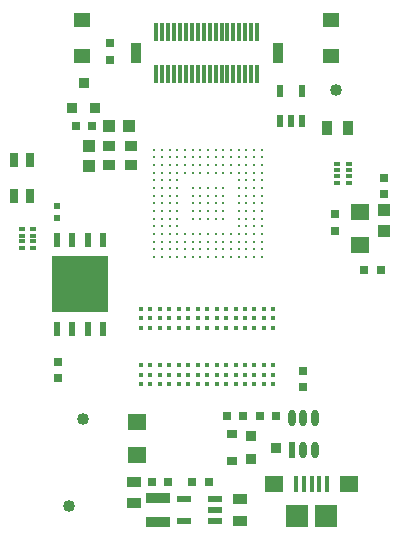
<source format=gtp>
G04 Layer_Color=8421504*
%FSLAX25Y25*%
%MOIN*%
G70*
G01*
G75*
%ADD11R,0.02800X0.04800*%
%ADD12C,0.04000*%
%ADD13R,0.01600X0.05400*%
%ADD14R,0.06300X0.05600*%
%ADD15R,0.07500X0.07500*%
%ADD16R,0.03600X0.03200*%
%ADD17R,0.02500X0.03000*%
%ADD18R,0.03000X0.02500*%
%ADD19R,0.02362X0.01575*%
%ADD20R,0.02362X0.01181*%
%ADD21R,0.02000X0.02000*%
%ADD22R,0.02000X0.03937*%
%ADD23R,0.04000X0.04400*%
%ADD24R,0.04400X0.04000*%
%ADD25R,0.06300X0.05600*%
%ADD26R,0.03937X0.03543*%
%ADD27R,0.01200X0.06300*%
%ADD28R,0.03600X0.07100*%
%ADD29R,0.02992X0.03000*%
%ADD30R,0.03200X0.04800*%
%ADD31O,0.02362X0.05512*%
%ADD32R,0.02362X0.05512*%
%ADD33R,0.04800X0.02200*%
%ADD34R,0.04800X0.03200*%
%ADD35R,0.05600X0.04800*%
%ADD36R,0.03200X0.03600*%
%ADD37R,0.03300X0.02500*%
%ADD38R,0.07900X0.03200*%
%ADD39C,0.01575*%
%ADD40R,0.02362X0.05118*%
%ADD41R,0.18898X0.18898*%
%ADD42C,0.01181*%
%ADD122R,0.00866X0.05118*%
%ADD123R,0.00800X0.05100*%
%ADD124R,0.00900X0.05100*%
%ADD125R,0.00866X0.05100*%
%ADD126R,0.00866X0.05100*%
%ADD127R,0.00800X0.05118*%
%ADD128R,0.00900X0.05118*%
%ADD129R,0.00866X0.05118*%
D11*
X5700Y124406D02*
D03*
X11256D02*
D03*
X5700Y112500D02*
D03*
X11256D02*
D03*
D12*
X23976Y9169D02*
D03*
X28676Y37969D02*
D03*
X113076Y147669D02*
D03*
D13*
X104974Y16269D02*
D03*
X107574D02*
D03*
X102415D02*
D03*
X99856D02*
D03*
X110174D02*
D03*
D14*
X92376D02*
D03*
X117574D02*
D03*
D15*
X100250Y5737D02*
D03*
X109774D02*
D03*
D16*
X93202Y28500D02*
D03*
X84865Y24700D02*
D03*
Y32240D02*
D03*
D17*
X122476Y87769D02*
D03*
X127976D02*
D03*
X31796Y135669D02*
D03*
X26296D02*
D03*
X70776Y17169D02*
D03*
X65276D02*
D03*
X57276D02*
D03*
X51776D02*
D03*
X82202Y39000D02*
D03*
X76702D02*
D03*
D18*
X129076Y112969D02*
D03*
Y118469D02*
D03*
X112676Y106269D02*
D03*
Y100769D02*
D03*
X37776Y157769D02*
D03*
Y163269D02*
D03*
X102276Y54069D02*
D03*
Y48569D02*
D03*
X20476Y57169D02*
D03*
Y51669D02*
D03*
D19*
X8339Y95035D02*
D03*
Y101334D02*
D03*
X12276D02*
D03*
Y95035D02*
D03*
X117544Y123119D02*
D03*
Y116819D02*
D03*
X113608Y116819D02*
D03*
Y123119D02*
D03*
D20*
X8339Y97201D02*
D03*
Y99169D02*
D03*
X12276D02*
D03*
Y97201D02*
D03*
X117544Y120953D02*
D03*
Y118985D02*
D03*
X113608D02*
D03*
Y120953D02*
D03*
D21*
X20276Y104969D02*
D03*
Y108969D02*
D03*
D22*
X98036Y137469D02*
D03*
X94296Y147469D02*
D03*
X101776D02*
D03*
X101776Y137469D02*
D03*
X94296D02*
D03*
D23*
X30776Y129016D02*
D03*
Y122269D02*
D03*
X129276Y107569D02*
D03*
Y100822D02*
D03*
D24*
X37430Y135669D02*
D03*
X44176D02*
D03*
D25*
X46876Y37081D02*
D03*
Y25969D02*
D03*
X121276Y95957D02*
D03*
Y107069D02*
D03*
D26*
X44713Y128909D02*
D03*
X37391Y122767D02*
D03*
Y128909D02*
D03*
X44713Y122767D02*
D03*
D27*
X86800Y152913D02*
D03*
Y167100D02*
D03*
X84800Y152913D02*
D03*
Y167100D02*
D03*
X82800Y152913D02*
D03*
Y167100D02*
D03*
X80900Y152913D02*
D03*
Y167100D02*
D03*
X78900Y152913D02*
D03*
Y167100D02*
D03*
X76900Y152913D02*
D03*
Y167100D02*
D03*
X75000Y152913D02*
D03*
Y167100D02*
D03*
X73000Y152913D02*
D03*
Y167100D02*
D03*
X71000Y152913D02*
D03*
Y167100D02*
D03*
X69016Y152913D02*
D03*
Y167100D02*
D03*
X67047Y152913D02*
D03*
Y167100D02*
D03*
X65079Y152913D02*
D03*
Y167100D02*
D03*
X63110Y152913D02*
D03*
Y167100D02*
D03*
X61142Y152913D02*
D03*
Y167100D02*
D03*
X59173Y152913D02*
D03*
Y167100D02*
D03*
X57205Y152913D02*
D03*
Y167100D02*
D03*
X55236Y152913D02*
D03*
Y167100D02*
D03*
X53268Y152913D02*
D03*
Y167100D02*
D03*
D28*
X93700Y160000D02*
D03*
X46378D02*
D03*
D29*
X93202Y39000D02*
D03*
X87702D02*
D03*
D30*
X117119Y135069D02*
D03*
X109976D02*
D03*
D31*
X98536Y38299D02*
D03*
X106016D02*
D03*
Y27669D02*
D03*
X102276D02*
D03*
Y38299D02*
D03*
D32*
X98536Y27669D02*
D03*
D33*
X72895Y3929D02*
D03*
X72895Y7669D02*
D03*
X72895Y11469D02*
D03*
X62576Y11469D02*
D03*
X62576Y3929D02*
D03*
D34*
X45776Y10026D02*
D03*
Y17169D02*
D03*
X81276Y4126D02*
D03*
Y11269D02*
D03*
D35*
X28500Y170905D02*
D03*
Y159000D02*
D03*
X111500Y159095D02*
D03*
Y171000D02*
D03*
D36*
X28996Y150006D02*
D03*
X32796Y141669D02*
D03*
X25256D02*
D03*
D37*
X78576Y23941D02*
D03*
Y33069D02*
D03*
D38*
X53776Y3732D02*
D03*
Y11669D02*
D03*
D39*
X92224Y74819D02*
D03*
X92224Y71669D02*
D03*
Y68520D02*
D03*
X92224Y55921D02*
D03*
Y52772D02*
D03*
X92224Y49622D02*
D03*
X89075Y74819D02*
D03*
X89075Y71669D02*
D03*
Y68520D02*
D03*
Y55921D02*
D03*
Y52772D02*
D03*
X89075Y49622D02*
D03*
X85925Y74819D02*
D03*
X85925Y71669D02*
D03*
Y68520D02*
D03*
Y55921D02*
D03*
X85925Y52772D02*
D03*
Y49622D02*
D03*
X82776Y74819D02*
D03*
Y71669D02*
D03*
X82776Y68520D02*
D03*
X82776Y55921D02*
D03*
X82776Y52772D02*
D03*
X82776Y49622D02*
D03*
X79626Y74819D02*
D03*
Y71669D02*
D03*
Y68520D02*
D03*
Y55921D02*
D03*
Y52772D02*
D03*
Y49622D02*
D03*
X76476Y74819D02*
D03*
Y71669D02*
D03*
X76476Y68520D02*
D03*
Y55921D02*
D03*
Y52772D02*
D03*
X76476Y49622D02*
D03*
X73327Y74819D02*
D03*
X73327Y71669D02*
D03*
X73327Y68520D02*
D03*
X73327Y55921D02*
D03*
Y52772D02*
D03*
Y49622D02*
D03*
X70177Y74819D02*
D03*
X70177Y71669D02*
D03*
X70177Y68520D02*
D03*
X70177Y55921D02*
D03*
X70177Y52772D02*
D03*
Y49622D02*
D03*
X67028Y74819D02*
D03*
X67028Y71669D02*
D03*
Y68520D02*
D03*
X67028Y55921D02*
D03*
X67028Y52772D02*
D03*
X67028Y49622D02*
D03*
X63878Y74819D02*
D03*
X63878Y71669D02*
D03*
Y68520D02*
D03*
Y55921D02*
D03*
Y52772D02*
D03*
X63878Y49622D02*
D03*
X60728Y74819D02*
D03*
X60728Y71669D02*
D03*
X60728Y68520D02*
D03*
X60728Y55921D02*
D03*
X60728Y52772D02*
D03*
X60728Y49622D02*
D03*
X57579Y74819D02*
D03*
X57579Y71669D02*
D03*
Y68520D02*
D03*
X57579Y55921D02*
D03*
X57579Y52772D02*
D03*
X57579Y49622D02*
D03*
X54429Y74819D02*
D03*
X54429Y71669D02*
D03*
Y68520D02*
D03*
X54429Y55921D02*
D03*
X54429Y52772D02*
D03*
Y49622D02*
D03*
X51280Y74819D02*
D03*
X51280Y71669D02*
D03*
Y68520D02*
D03*
X51280Y55921D02*
D03*
Y52772D02*
D03*
X51280Y49622D02*
D03*
X48130Y74819D02*
D03*
X48130Y71669D02*
D03*
X48130Y68520D02*
D03*
Y55921D02*
D03*
Y52772D02*
D03*
Y49622D02*
D03*
D40*
X30296Y97829D02*
D03*
X35335Y97829D02*
D03*
X20216D02*
D03*
X25256Y97829D02*
D03*
Y67909D02*
D03*
X30296D02*
D03*
X35335Y67908D02*
D03*
X20217D02*
D03*
D41*
X27776Y82869D02*
D03*
D42*
X88367Y91992D02*
D03*
X85808D02*
D03*
X83249D02*
D03*
X80690D02*
D03*
X78131D02*
D03*
X75572D02*
D03*
X73012D02*
D03*
X70453D02*
D03*
X67894D02*
D03*
X65335D02*
D03*
X62776D02*
D03*
X60217D02*
D03*
X57658D02*
D03*
X55099D02*
D03*
X52540D02*
D03*
X88367Y94551D02*
D03*
X85808D02*
D03*
X83249D02*
D03*
X80690D02*
D03*
X78131D02*
D03*
X75572D02*
D03*
X73013D02*
D03*
X70454D02*
D03*
X67895D02*
D03*
X65336D02*
D03*
X62776D02*
D03*
X60217D02*
D03*
X57658D02*
D03*
X55099D02*
D03*
X52540D02*
D03*
X88367Y97110D02*
D03*
X85808D02*
D03*
X83249D02*
D03*
X80690D02*
D03*
X78131D02*
D03*
X75572D02*
D03*
X73012D02*
D03*
X70453D02*
D03*
X67894D02*
D03*
X65335D02*
D03*
X62776D02*
D03*
X60217D02*
D03*
X57658D02*
D03*
X55099D02*
D03*
X52540D02*
D03*
X88367Y99669D02*
D03*
X85808D02*
D03*
X83249D02*
D03*
X80690D02*
D03*
X78131D02*
D03*
X75572D02*
D03*
X73012D02*
D03*
X70453D02*
D03*
X67894D02*
D03*
X65335D02*
D03*
X62776D02*
D03*
X60217D02*
D03*
X57658D02*
D03*
X55099D02*
D03*
X52540D02*
D03*
X88367Y102228D02*
D03*
X85808D02*
D03*
X83249D02*
D03*
X80690D02*
D03*
X60217D02*
D03*
X57658D02*
D03*
X55099D02*
D03*
X52540D02*
D03*
X88367Y104787D02*
D03*
X85808D02*
D03*
X83249D02*
D03*
X80690D02*
D03*
X75572D02*
D03*
X73013D02*
D03*
X70454D02*
D03*
X67894D02*
D03*
X65335D02*
D03*
X60217D02*
D03*
X57658D02*
D03*
X55099D02*
D03*
X52540D02*
D03*
X88367Y107347D02*
D03*
X85808D02*
D03*
X83249D02*
D03*
X80690D02*
D03*
X75572D02*
D03*
X73012D02*
D03*
X70453D02*
D03*
X67894D02*
D03*
X65335D02*
D03*
X60217D02*
D03*
X57658D02*
D03*
X55099D02*
D03*
X52540D02*
D03*
X88367Y109906D02*
D03*
X85808D02*
D03*
X83249D02*
D03*
X80690D02*
D03*
X75572D02*
D03*
X73012D02*
D03*
X70453D02*
D03*
X67894D02*
D03*
X65335D02*
D03*
X60217D02*
D03*
X57658D02*
D03*
X55099D02*
D03*
X52540D02*
D03*
X88367Y112465D02*
D03*
X85808D02*
D03*
X83249D02*
D03*
X80690D02*
D03*
X75572D02*
D03*
X73012D02*
D03*
X70453D02*
D03*
X67894D02*
D03*
X65335D02*
D03*
X60217D02*
D03*
X57658D02*
D03*
X55099D02*
D03*
X52540D02*
D03*
X88367Y115024D02*
D03*
X85808D02*
D03*
X83249D02*
D03*
X80690D02*
D03*
X75572D02*
D03*
X73013D02*
D03*
X70454D02*
D03*
X67895D02*
D03*
X65336D02*
D03*
X60217D02*
D03*
X57658D02*
D03*
X55099D02*
D03*
X52540D02*
D03*
X88367Y117583D02*
D03*
X85808D02*
D03*
X83249D02*
D03*
X80690D02*
D03*
X60217D02*
D03*
X57658D02*
D03*
X55099D02*
D03*
X52540D02*
D03*
X88367Y120142D02*
D03*
X85808D02*
D03*
X83249D02*
D03*
X80690D02*
D03*
X78131D02*
D03*
X75572D02*
D03*
X73012D02*
D03*
X70453D02*
D03*
X67894D02*
D03*
X65335D02*
D03*
X62776D02*
D03*
X60217D02*
D03*
X57658D02*
D03*
X55099D02*
D03*
X52540D02*
D03*
X88367Y122701D02*
D03*
X85808D02*
D03*
X83249D02*
D03*
X80690D02*
D03*
X78131D02*
D03*
X75572D02*
D03*
X73013D02*
D03*
X70454D02*
D03*
X67894D02*
D03*
X65335D02*
D03*
X62776D02*
D03*
X60217D02*
D03*
X57658D02*
D03*
X55099D02*
D03*
X52540D02*
D03*
X88367Y125260D02*
D03*
X85808D02*
D03*
X83249D02*
D03*
X80690D02*
D03*
X78131D02*
D03*
X75572D02*
D03*
X73013D02*
D03*
X70454D02*
D03*
X67895D02*
D03*
X65336D02*
D03*
X62777D02*
D03*
X60218D02*
D03*
X57659D02*
D03*
X55100D02*
D03*
X52540D02*
D03*
X88367Y127819D02*
D03*
X85808D02*
D03*
X83249D02*
D03*
X80690D02*
D03*
X78131D02*
D03*
X75572D02*
D03*
X73012D02*
D03*
X70453D02*
D03*
X67894D02*
D03*
X65335D02*
D03*
X62776D02*
D03*
X60217D02*
D03*
X57658D02*
D03*
X55099D02*
D03*
X52540D02*
D03*
D122*
X57213Y152691D02*
D03*
X67056D02*
D03*
D123*
X86800Y167350D02*
D03*
X80900D02*
D03*
X78900D02*
D03*
X76900D02*
D03*
X73000D02*
D03*
D124*
X84850D02*
D03*
X82850D02*
D03*
X74950D02*
D03*
X71050D02*
D03*
D125*
X68985D02*
D03*
X65087D02*
D03*
X63119D02*
D03*
X61150D02*
D03*
X59182D02*
D03*
X55245D02*
D03*
X53276D02*
D03*
D126*
X67056D02*
D03*
X57213D02*
D03*
D127*
X86800Y152691D02*
D03*
X80900D02*
D03*
X78900D02*
D03*
X73000D02*
D03*
D128*
X84850D02*
D03*
X82850D02*
D03*
X76950D02*
D03*
X74950D02*
D03*
X71050D02*
D03*
D129*
X69024D02*
D03*
X65087D02*
D03*
X63119D02*
D03*
X61150D02*
D03*
X59182D02*
D03*
X53276D02*
D03*
X55245D02*
D03*
M02*

</source>
